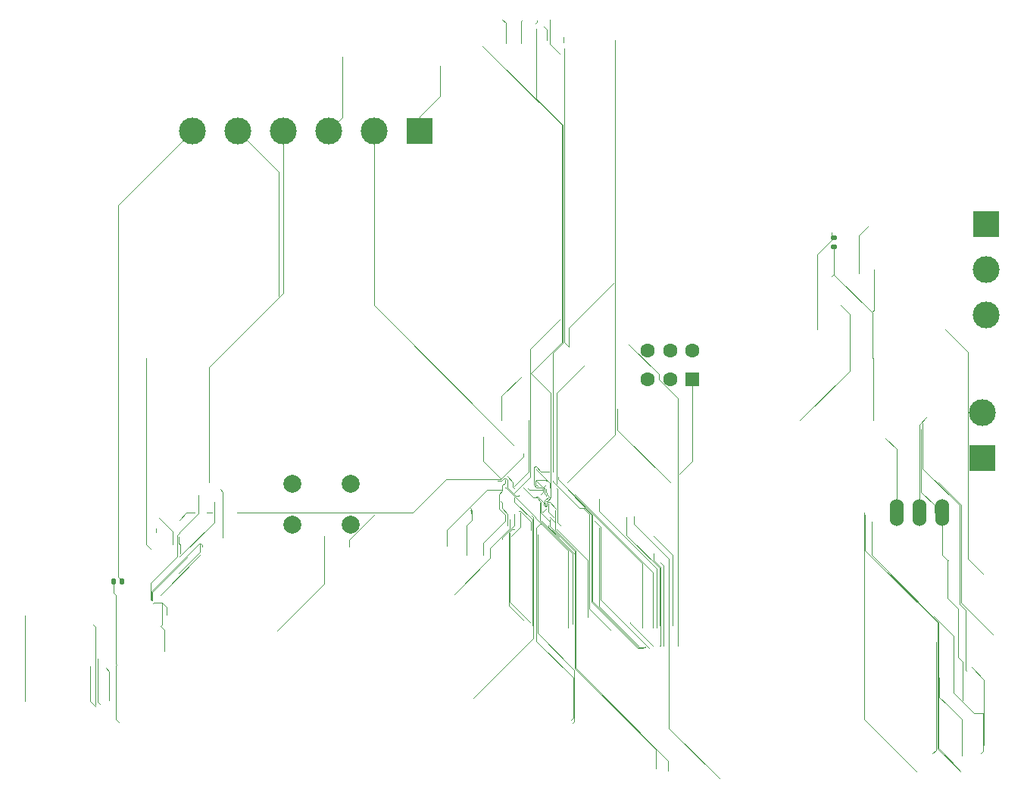
<source format=gbr>
%TF.GenerationSoftware,KiCad,Pcbnew,8.0.1*%
%TF.CreationDate,2024-06-25T09:58:30-03:00*%
%TF.ProjectId,EA075_Optisort,45413037-355f-44f7-9074-69736f72742e,rev?*%
%TF.SameCoordinates,Original*%
%TF.FileFunction,Copper,L2,Bot*%
%TF.FilePolarity,Positive*%
%FSLAX46Y46*%
G04 Gerber Fmt 4.6, Leading zero omitted, Abs format (unit mm)*
G04 Created by KiCad (PCBNEW 8.0.1) date 2024-06-25 09:58:30*
%MOMM*%
%LPD*%
G01*
G04 APERTURE LIST*
G04 Aperture macros list*
%AMRoundRect*
0 Rectangle with rounded corners*
0 $1 Rounding radius*
0 $2 $3 $4 $5 $6 $7 $8 $9 X,Y pos of 4 corners*
0 Add a 4 corners polygon primitive as box body*
4,1,4,$2,$3,$4,$5,$6,$7,$8,$9,$2,$3,0*
0 Add four circle primitives for the rounded corners*
1,1,$1+$1,$2,$3*
1,1,$1+$1,$4,$5*
1,1,$1+$1,$6,$7*
1,1,$1+$1,$8,$9*
0 Add four rect primitives between the rounded corners*
20,1,$1+$1,$2,$3,$4,$5,0*
20,1,$1+$1,$4,$5,$6,$7,0*
20,1,$1+$1,$6,$7,$8,$9,0*
20,1,$1+$1,$8,$9,$2,$3,0*%
G04 Aperture macros list end*
%TA.AperFunction,ComponentPad*%
%ADD10C,2.000000*%
%TD*%
%TA.AperFunction,ComponentPad*%
%ADD11R,3.000000X3.000000*%
%TD*%
%TA.AperFunction,ComponentPad*%
%ADD12C,3.000000*%
%TD*%
%TA.AperFunction,ComponentPad*%
%ADD13R,1.600000X1.600000*%
%TD*%
%TA.AperFunction,ComponentPad*%
%ADD14C,1.600000*%
%TD*%
%TA.AperFunction,ComponentPad*%
%ADD15O,1.524000X3.048000*%
%TD*%
%TA.AperFunction,SMDPad,CuDef*%
%ADD16RoundRect,0.140000X-0.140000X-0.170000X0.140000X-0.170000X0.140000X0.170000X-0.140000X0.170000X0*%
%TD*%
%TA.AperFunction,SMDPad,CuDef*%
%ADD17RoundRect,0.140000X-0.170000X0.140000X-0.170000X-0.140000X0.170000X-0.140000X0.170000X0.140000X0*%
%TD*%
%TA.AperFunction,ViaPad*%
%ADD18C,0.100000*%
%TD*%
%TA.AperFunction,Conductor*%
%ADD19C,0.050000*%
%TD*%
G04 APERTURE END LIST*
D10*
%TO.P,SW2,1,1*%
%TO.N,Com*%
X90400000Y-83900000D03*
X96900000Y-83900000D03*
%TO.P,SW2,2,2*%
%TO.N,Net-(U1-NRST)*%
X90400000Y-88400000D03*
X96900000Y-88400000D03*
%TD*%
D11*
%TO.P,J8,1,Pin_1*%
%TO.N,Com*%
X104580000Y-44400000D03*
D12*
%TO.P,J8,2,Pin_2*%
%TO.N,+12V*%
X99500000Y-44400000D03*
%TO.P,J8,3,Pin_3*%
%TO.N,+5V*%
X94420000Y-44400000D03*
%TO.P,J8,4,Pin_4*%
%TO.N,+2V8*%
X89340000Y-44400000D03*
%TO.P,J8,5,Pin_5*%
%TO.N,+1V8*%
X84260000Y-44400000D03*
%TO.P,J8,6,Pin_6*%
%TO.N,+1V2*%
X79180000Y-44400000D03*
%TD*%
D13*
%TO.P,SW1,1,A*%
%TO.N,Net-(SW1-A)*%
X135100000Y-72200000D03*
D14*
%TO.P,SW1,2,B*%
%TO.N,+2V8*%
X132600000Y-72200000D03*
%TO.P,SW1,3*%
%TO.N,N/C*%
X130100000Y-72200000D03*
%TO.P,SW1,4*%
X135100000Y-69000000D03*
%TO.P,SW1,5*%
X132600000Y-69000000D03*
%TO.P,SW1,6*%
X130100000Y-69000000D03*
%TD*%
D15*
%TO.P,Q1,3*%
%TO.N,Com*%
X163000000Y-87100000D03*
%TO.P,Q1,2*%
%TO.N,Net-(D1-A)*%
X160460000Y-87100000D03*
%TO.P,Q1,1*%
%TO.N,VALVECTRL*%
X157920000Y-87100000D03*
%TD*%
D12*
%TO.P,J5,2,Pin_2*%
%TO.N,Net-(D1-A)*%
X167500000Y-75900000D03*
D11*
%TO.P,J5,1,Pin_1*%
%TO.N,+12V*%
X167500000Y-80980000D03*
%TD*%
%TO.P,J1,1,Pin_1*%
%TO.N,Net-(J1-Pin_1)*%
X167925000Y-54800000D03*
D12*
%TO.P,J1,2,Pin_2*%
%TO.N,Net-(J1-Pin_2)*%
X167925000Y-59880000D03*
%TO.P,J1,3,Pin_3*%
%TO.N,Net-(J1-Pin_3)*%
X167925000Y-64960000D03*
%TD*%
D16*
%TO.P,C2,1*%
%TO.N,Com*%
X70400000Y-94800000D03*
%TO.P,C2,2*%
%TO.N,+1V2*%
X71360000Y-94800000D03*
%TD*%
D17*
%TO.P,C1,1*%
%TO.N,+5V*%
X150950000Y-56370000D03*
%TO.P,C1,2*%
%TO.N,Com*%
X150950000Y-57330000D03*
%TD*%
D18*
%TO.N,Com*%
X120650000Y-34500000D03*
X120650000Y-33875000D03*
%TO.N,USB_DP*%
X126463000Y-34250000D03*
X118825000Y-34225000D03*
%TO.N,Net-(J2-Pad12)*%
X84200000Y-87100000D03*
X81425000Y-87100000D03*
X80775000Y-87100000D03*
X79475000Y-87100000D03*
X77725000Y-87925000D03*
X116225000Y-80475000D03*
X75175000Y-89325000D03*
X75175000Y-88825000D03*
%TO.N,USB_DP*%
X121125000Y-83700000D03*
X118500000Y-32725000D03*
%TO.N,USB_DN*%
X118125000Y-85050000D03*
X119050000Y-82475000D03*
X119525000Y-82475000D03*
X117650000Y-33000000D03*
X117525000Y-32425000D03*
X117750000Y-32050000D03*
%TO.N,UART8_RX*%
X120305800Y-65392600D03*
X115175000Y-84844900D03*
%TO.N,Net-(SW1-A)*%
X133606100Y-82785000D03*
%TO.N,UART8_TX*%
X151683900Y-63905000D03*
X152656800Y-69838400D03*
X147123800Y-76755000D03*
X116797000Y-76755000D03*
X115175100Y-84130300D03*
%TO.N,VALVECTRL*%
X156704600Y-78767300D03*
X118863700Y-86550000D03*
X118300000Y-87025000D03*
%TO.N,Net-(J7-CC1)*%
X120255700Y-35775000D03*
X119149200Y-31926700D03*
%TO.N,Net-(J7-CC2)*%
X115916500Y-34600000D03*
X116155000Y-31927300D03*
%TO.N,INTERRUPT_REQUEST*%
X68397200Y-108550000D03*
X68098800Y-99601400D03*
%TO.N,I2C4_SCL*%
X68603300Y-103400000D03*
X68885000Y-108530300D03*
X115840500Y-87050000D03*
X114814100Y-89699800D03*
X93938800Y-89699800D03*
X88663000Y-100293700D03*
%TO.N,I2C4_SDA*%
X117150000Y-87450000D03*
X110640900Y-107788700D03*
%TO.N,DSI_D0N*%
X119175000Y-87807200D03*
X130997500Y-115722900D03*
%TO.N,DSI_D1P*%
X160102800Y-116023300D03*
X154279800Y-87050000D03*
%TO.N,LCD_RESET*%
X167325000Y-114026700D03*
X167578800Y-109522400D03*
X69919100Y-108073300D03*
X69511000Y-104439000D03*
X162112100Y-98695500D03*
%TO.N,DSI_D0P*%
X164965200Y-115831600D03*
X155105400Y-88133600D03*
X119650000Y-88133600D03*
X119170300Y-87619600D03*
%TO.N,DSI_CKN*%
X154413200Y-87300000D03*
X165013000Y-116023300D03*
%TO.N,DSI_D1N*%
X119749400Y-86800000D03*
X132394400Y-115921600D03*
%TO.N,DSI_CKP*%
X138094400Y-116826700D03*
X128576500Y-87511700D03*
%TO.N,D3*%
X121917300Y-85016000D03*
X130671700Y-99950000D03*
%TO.N,D1*%
X124640400Y-85550000D03*
X131078300Y-99950000D03*
%TO.N,DCMI_HSYNC*%
X130675000Y-102000000D03*
X128115500Y-99368000D03*
X116989200Y-99368000D03*
X114675000Y-89356000D03*
%TO.N,MASTERCLOCK*%
X130771200Y-89680400D03*
X132875000Y-99690400D03*
%TO.N,D6*%
X117189900Y-99698300D03*
X115196200Y-85408800D03*
%TO.N,I2C2_SCL*%
X131475000Y-102000000D03*
X130771200Y-91664600D03*
X121846700Y-91664600D03*
X118229500Y-88047400D03*
X110339300Y-87131600D03*
X110283300Y-86807000D03*
%TO.N,DCMI_VSYNC*%
X129871700Y-102054100D03*
X121191900Y-84580600D03*
X118292300Y-84580600D03*
X116675000Y-84380900D03*
%TO.N,D4*%
X125969300Y-100208300D03*
X122987800Y-86680500D03*
X119861100Y-86680500D03*
X117675000Y-85327500D03*
%TO.N,D2*%
X118075800Y-85950800D03*
X121732800Y-99554500D03*
%TO.N,D7*%
X121171800Y-99950000D03*
X114175000Y-84289900D03*
%TO.N,D0*%
X118965500Y-86050000D03*
X119600000Y-87630500D03*
X127723800Y-87630500D03*
X131422500Y-99692700D03*
%TO.N,DCMI_PIXCLK*%
X115150000Y-88967100D03*
X116219100Y-99143100D03*
%TO.N,I2C2_SDA*%
X131871700Y-102000000D03*
X131559300Y-92656700D03*
%TO.N,D5*%
X120123600Y-83076900D03*
X129478300Y-99950000D03*
%TO.N,NC4*%
X129573400Y-102251700D03*
X117767700Y-84142700D03*
X118787500Y-83555400D03*
X119500400Y-83555400D03*
%TO.N,NC9*%
X130258000Y-102251700D03*
X124131900Y-88031900D03*
X119090000Y-87980000D03*
X116175000Y-84289900D03*
%TO.N,SPI_PWCTRL*%
X107663300Y-90772700D03*
X113756500Y-84562900D03*
%TO.N,MASTERCLOCK_LEPTON*%
X75472300Y-87668300D03*
X77029300Y-90675000D03*
%TO.N,SPI1_CS*%
X74667200Y-96785000D03*
X80297600Y-90878400D03*
X96742100Y-90878400D03*
X99593100Y-87265300D03*
%TO.N,I2C1_SDA*%
X74520100Y-91125000D03*
X74067600Y-69838400D03*
X74067600Y-81743600D03*
X114403500Y-83054300D03*
X115175000Y-84380900D03*
%TO.N,SPI1_SCK*%
X75613400Y-96288300D03*
X80069200Y-91832500D03*
X113818900Y-90053700D03*
X115175000Y-87278100D03*
%TO.N,I2C1_SCL*%
X81614700Y-85891900D03*
X77760000Y-92025000D03*
X113336200Y-83550000D03*
X115700000Y-85150000D03*
%TO.N,SPI1_MOSI*%
X74799200Y-97281700D03*
X76341500Y-98495800D03*
X108452800Y-96193700D03*
X114675000Y-87817700D03*
%TO.N,Net-(J1-Pin_1)*%
X153720300Y-60354700D03*
X154822300Y-54956900D03*
%TO.N,Net-(J1-Pin_2)*%
X155371400Y-59880000D03*
X155246500Y-64563400D03*
%TO.N,LEDK*%
X161925000Y-114026700D03*
X162302300Y-101585600D03*
%TO.N,LCD_ON*%
X166306600Y-104387400D03*
X167703800Y-113073300D03*
X119942900Y-88947100D03*
X123436400Y-98802800D03*
%TO.N,Net-(D2-A)*%
X126698100Y-75490000D03*
X132610600Y-83727800D03*
X162604800Y-83727800D03*
X168667800Y-100687700D03*
%TO.N,Net-(D1-A)*%
X161280200Y-76400000D03*
%TO.N,+12V*%
X115096700Y-79517100D03*
%TO.N,Net-(U1-NRST)*%
X121717600Y-110650000D03*
X115713300Y-86880000D03*
X117082700Y-89059400D03*
X117808400Y-89542100D03*
%TO.N,Net-(D2-K)*%
X160859500Y-77066100D03*
X165663300Y-104025000D03*
X165748200Y-104760000D03*
%TO.N,Net-(U1-VCAPDSI)*%
X119034100Y-88497400D03*
X120176400Y-89813800D03*
X117643500Y-82267500D03*
X119155900Y-84269000D03*
X120375000Y-88525000D03*
X119942900Y-84389700D03*
%TO.N,+1V8*%
X133472700Y-102000000D03*
X128005800Y-68256400D03*
X88839000Y-62897700D03*
%TO.N,Net-(C5-Pad2)*%
X79864400Y-85100000D03*
X77775000Y-89375000D03*
X78664505Y-92018705D03*
%TO.N,+2V8*%
X165225000Y-114223300D03*
X163599600Y-108600000D03*
X162714800Y-105554000D03*
X123043300Y-70600000D03*
X119942900Y-83899400D03*
X87994800Y-63885800D03*
X80037900Y-90671000D03*
X77711700Y-93825000D03*
X68370800Y-108788300D03*
X67750300Y-104270800D03*
X60478300Y-103400000D03*
X60469300Y-98609300D03*
X60519300Y-108196200D03*
X81031200Y-83727800D03*
X165025000Y-110010200D03*
X75649600Y-99787300D03*
X75793200Y-97281700D03*
X113638200Y-86800000D03*
X114175000Y-88050000D03*
X113863200Y-84075000D03*
X113477200Y-85050000D03*
X76057200Y-102577700D03*
X82346600Y-84487900D03*
X82620100Y-89900400D03*
X111734600Y-91800000D03*
X114175000Y-83425000D03*
X118722100Y-85203500D03*
X117675100Y-83550000D03*
X129075000Y-102000000D03*
X124693200Y-88800000D03*
X118768200Y-83948200D03*
%TO.N,+1V2*%
X70877200Y-94317200D03*
%TO.N,+5V*%
X150667200Y-55771200D03*
X117061100Y-71500000D03*
X118703500Y-85800000D03*
X167573300Y-93900000D03*
X163322400Y-66576800D03*
X149086800Y-66576800D03*
X95953200Y-36107000D03*
X120494400Y-66193400D03*
X111668400Y-34913300D03*
%TO.N,Com*%
X70655000Y-96288300D03*
X70755900Y-104100000D03*
X70635000Y-108073300D03*
X121571200Y-110258000D03*
X121766000Y-105554000D03*
X163681100Y-92400000D03*
X115913800Y-71887200D03*
X113720000Y-76783100D03*
X117675000Y-88800000D03*
X165335100Y-108111900D03*
X164780000Y-103243300D03*
X70972500Y-110573300D03*
X163599600Y-96625100D03*
X155278100Y-76743300D03*
X155268900Y-69838400D03*
X114255800Y-34600000D03*
X113866200Y-31926700D03*
X106896000Y-37099100D03*
X155246500Y-64770000D03*
X118135700Y-88390100D03*
X118774700Y-84449300D03*
X119175000Y-85383800D03*
X120746700Y-35157300D03*
X121268200Y-68580300D03*
X150667200Y-60649000D03*
X109858800Y-91800000D03*
X110270800Y-88120600D03*
X113675000Y-85800000D03*
X113822100Y-86596000D03*
X110274500Y-86609500D03*
X111702700Y-78600000D03*
X113636900Y-83293900D03*
X118675000Y-86282000D03*
X160659800Y-77775200D03*
X77808300Y-90675000D03*
X77660900Y-89775000D03*
X126363000Y-61324500D03*
X114438800Y-88550000D03*
X77808300Y-91662500D03*
%TD*%
D19*
%TO.N,Net-(U1-VCAPDSI)*%
X120022000Y-88172000D02*
X120022000Y-84468800D01*
X120375000Y-88525000D02*
X120022000Y-88172000D01*
X120022000Y-84468800D02*
X119942900Y-84389700D01*
%TO.N,DSI_D0P*%
X119650000Y-88133600D02*
X119650000Y-88099300D01*
X119650000Y-88099300D02*
X119170300Y-87619600D01*
%TO.N,VALVECTRL*%
X118388700Y-87025000D02*
X118863700Y-86550000D01*
X118300000Y-87025000D02*
X118388700Y-87025000D01*
%TO.N,I2C4_SDA*%
X117292800Y-101136800D02*
X110640900Y-107788700D01*
X117150000Y-87450000D02*
X117292800Y-87592800D01*
X117292800Y-87592800D02*
X117292800Y-101136800D01*
%TO.N,Net-(C5-Pad2)*%
X77528900Y-89621100D02*
X77775000Y-89375000D01*
X77528900Y-91974900D02*
X77528900Y-89621100D01*
X74582200Y-94921600D02*
X77528900Y-91974900D01*
X74631991Y-96870000D02*
X74582200Y-96820209D01*
X74582200Y-96820209D02*
X74582200Y-94921600D01*
X74752200Y-96820209D02*
X74702409Y-96870000D01*
X74702409Y-96870000D02*
X74631991Y-96870000D01*
X74752200Y-95931010D02*
X74752200Y-96820209D01*
X78664505Y-92018705D02*
X74752200Y-95931010D01*
%TO.N,Com*%
X77660900Y-89775000D02*
X77660900Y-90527600D01*
X77660900Y-90527600D02*
X77808300Y-90675000D01*
%TO.N,Net-(C5-Pad2)*%
X79864400Y-87172300D02*
X79864400Y-85100000D01*
X77775000Y-89261700D02*
X79864400Y-87172300D01*
X77775000Y-89375000D02*
X77775000Y-89261700D01*
%TO.N,NC9*%
X117314300Y-85429200D02*
X116175000Y-84289900D01*
X117707500Y-85429200D02*
X117314300Y-85429200D01*
X118179500Y-87069500D02*
X118179500Y-85901200D01*
X119090000Y-87980000D02*
X118179500Y-87069500D01*
X118179500Y-85901200D02*
X117707500Y-85429200D01*
%TO.N,DCMI_PIXCLK*%
X114567900Y-89304700D02*
X114567900Y-97491900D01*
X115150000Y-88967100D02*
X114905500Y-88967100D01*
X114905500Y-88967100D02*
X114567900Y-89304700D01*
X114567900Y-97491900D02*
X116219100Y-99143100D01*
%TO.N,Com*%
X114438800Y-87212700D02*
X113822100Y-86596000D01*
X114438800Y-88550000D02*
X114438800Y-87212700D01*
%TO.N,D0*%
X118965500Y-86996000D02*
X118965500Y-86050000D01*
X119600000Y-87630500D02*
X118965500Y-86996000D01*
%TO.N,DSI_D0N*%
X119175000Y-87807200D02*
X119175000Y-88599600D01*
X121952200Y-91376800D02*
X121952200Y-104547500D01*
X121952200Y-104547500D02*
X130997500Y-113592800D01*
X130997500Y-113592800D02*
X130997500Y-115722900D01*
X119175000Y-88599600D02*
X121952200Y-91376800D01*
%TO.N,I2C1_SCL*%
X113754000Y-83550000D02*
X113336200Y-83550000D01*
X114221300Y-83267800D02*
X114036200Y-83267800D01*
X114378200Y-83424700D02*
X114221300Y-83267800D01*
X115700000Y-85150000D02*
X115658500Y-85191500D01*
X115658500Y-85191500D02*
X115318300Y-85191500D01*
X115318300Y-85191500D02*
X114378200Y-84251400D01*
X114036200Y-83267800D02*
X113754000Y-83550000D01*
X114378200Y-84251400D02*
X114378200Y-83424700D01*
%TO.N,+2V8*%
X114175000Y-83763200D02*
X113863200Y-84075000D01*
X114175000Y-83425000D02*
X114175000Y-83763200D01*
X113863200Y-84075000D02*
X113863200Y-84664000D01*
X113863200Y-84664000D02*
X113477200Y-85050000D01*
%TO.N,D7*%
X121171800Y-91282300D02*
X121171800Y-99950000D01*
X117564800Y-87675300D02*
X121171800Y-91282300D01*
X117564800Y-87594900D02*
X117564800Y-87675300D01*
X114259800Y-84289900D02*
X117564800Y-87594900D01*
X114175000Y-84289900D02*
X114259800Y-84289900D01*
%TO.N,D4*%
X119120200Y-85939600D02*
X119861100Y-86680500D01*
X118815100Y-86002500D02*
X118878000Y-85939600D01*
X118676000Y-86424900D02*
X118815100Y-86285800D01*
X118500400Y-86269900D02*
X118655400Y-86424900D01*
X117806050Y-85327500D02*
X118500400Y-86021850D01*
X117675000Y-85327500D02*
X117806050Y-85327500D01*
X118878000Y-85939600D02*
X119120200Y-85939600D01*
X118500400Y-86021850D02*
X118500400Y-86269900D01*
X118815100Y-86285800D02*
X118815100Y-86002500D01*
X118655400Y-86424900D02*
X118676000Y-86424900D01*
%TO.N,Com*%
X120650000Y-33975000D02*
X120650000Y-34500000D01*
X120650000Y-33875000D02*
X120650000Y-33975000D01*
%TO.N,USB_DP*%
X126463000Y-34250000D02*
X126463000Y-78362000D01*
X118825000Y-33050000D02*
X118825000Y-34225000D01*
X118500000Y-32725000D02*
X118825000Y-33050000D01*
%TO.N,Net-(J2-Pad12)*%
X107555279Y-83393900D02*
X113678322Y-83393900D01*
X84200000Y-87100000D02*
X103849179Y-87100000D01*
X113678322Y-83393900D02*
X116225000Y-80847222D01*
X80900000Y-87100000D02*
X81425000Y-87100000D01*
X80775000Y-87100000D02*
X80900000Y-87100000D01*
X103849179Y-87100000D02*
X107555279Y-83393900D01*
X78550000Y-87100000D02*
X79475000Y-87100000D01*
X77725000Y-87925000D02*
X78550000Y-87100000D01*
X116225000Y-80847222D02*
X116225000Y-80475000D01*
X75175000Y-89250000D02*
X75175000Y-88825000D01*
X75175000Y-89325000D02*
X75175000Y-89250000D01*
%TO.N,USB_DP*%
X126463000Y-78362000D02*
X121125000Y-83700000D01*
%TO.N,USB_DN*%
X118392300Y-84467300D02*
X118392300Y-84782700D01*
X118250000Y-84325000D02*
X118392300Y-84467300D01*
X117675000Y-84325000D02*
X118250000Y-84325000D01*
X117675000Y-84300000D02*
X117675000Y-84325000D01*
X117350000Y-83975000D02*
X117675000Y-84300000D01*
X117350000Y-82600000D02*
X117350000Y-83975000D01*
X117475000Y-81950000D02*
X117350000Y-82075000D01*
X117650000Y-81950000D02*
X117475000Y-81950000D01*
X118175000Y-82475000D02*
X117650000Y-81950000D01*
X119525000Y-69177522D02*
X119525000Y-82475000D01*
X120594400Y-68108122D02*
X119525000Y-69177522D01*
X120594400Y-43697879D02*
X120594400Y-68108122D01*
X117650000Y-40753478D02*
X120594400Y-43697879D01*
X117650000Y-33000000D02*
X117650000Y-40753478D01*
X117350000Y-82075000D02*
X117350000Y-82600000D01*
X118392300Y-84782700D02*
X118125000Y-85050000D01*
X119050000Y-82475000D02*
X118175000Y-82475000D01*
X117750000Y-32200000D02*
X117525000Y-32425000D01*
X117750000Y-32050000D02*
X117750000Y-32200000D01*
%TO.N,UART8_RX*%
X116930400Y-68768000D02*
X120305800Y-65392600D01*
X116930400Y-83089500D02*
X116930400Y-68768000D01*
X115175000Y-84844900D02*
X116930400Y-83089500D01*
%TO.N,Net-(SW1-A)*%
X135100000Y-72200000D02*
X135100000Y-73076700D01*
X135100000Y-81291100D02*
X133606100Y-82785000D01*
X135100000Y-73076700D02*
X135100000Y-81291100D01*
%TO.N,UART8_TX*%
X152656800Y-64877900D02*
X152656800Y-69838400D01*
X151683900Y-63905000D02*
X152656800Y-64877900D01*
X116797000Y-82508400D02*
X116797000Y-76755000D01*
X115175100Y-84130300D02*
X116797000Y-82508400D01*
X152656800Y-71222000D02*
X147123800Y-76755000D01*
X152656800Y-69838400D02*
X152656800Y-71222000D01*
%TO.N,VALVECTRL*%
X157920000Y-79982700D02*
X156704600Y-78767300D01*
X157920000Y-87100000D02*
X157920000Y-79982700D01*
%TO.N,Net-(J7-CC1)*%
X119149200Y-34668500D02*
X119149200Y-31926700D01*
X120255700Y-35775000D02*
X119149200Y-34668500D01*
%TO.N,Net-(J7-CC2)*%
X115916500Y-32165800D02*
X115916500Y-34600000D01*
X116155000Y-31927300D02*
X115916500Y-32165800D01*
%TO.N,INTERRUPT_REQUEST*%
X68397200Y-99899800D02*
X68397200Y-108550000D01*
X68098800Y-99601400D02*
X68397200Y-99899800D01*
%TO.N,I2C4_SCL*%
X68603300Y-108248600D02*
X68603300Y-103400000D01*
X68885000Y-108530300D02*
X68603300Y-108248600D01*
X115840500Y-88673400D02*
X114814100Y-89699800D01*
X115840500Y-87050000D02*
X115840500Y-88673400D01*
X93938800Y-95017900D02*
X93938800Y-89699800D01*
X88663000Y-100293700D02*
X93938800Y-95017900D01*
%TO.N,DSI_D1P*%
X154279800Y-110200300D02*
X160102800Y-116023300D01*
X154279800Y-87050000D02*
X154279800Y-110200300D01*
%TO.N,LCD_RESET*%
X69919100Y-104847100D02*
X69919100Y-108073300D01*
X69511000Y-104439000D02*
X69919100Y-104847100D01*
X167578800Y-113772900D02*
X167578800Y-109522400D01*
X167325000Y-114026700D02*
X167578800Y-113772900D01*
X164301600Y-100885000D02*
X162112100Y-98695500D01*
X164301600Y-107225000D02*
X164301600Y-100885000D01*
X166599000Y-109522400D02*
X164301600Y-107225000D01*
X167578800Y-109522400D02*
X166599000Y-109522400D01*
%TO.N,DSI_D0P*%
X155105400Y-91845500D02*
X155105400Y-88133600D01*
X162580200Y-99320300D02*
X155105400Y-91845500D01*
X162580200Y-113446600D02*
X162580200Y-99320300D01*
X164965200Y-115831600D02*
X162580200Y-113446600D01*
%TO.N,DSI_CKN*%
X162478500Y-113488800D02*
X165013000Y-116023300D01*
X162478500Y-99362500D02*
X162478500Y-113488800D01*
X154413200Y-91297200D02*
X162478500Y-99362500D01*
X154413200Y-87300000D02*
X154413200Y-91297200D01*
%TO.N,DSI_D1N*%
X119749400Y-89024500D02*
X119749400Y-86800000D01*
X122053900Y-91329000D02*
X119749400Y-89024500D01*
X122053900Y-104477600D02*
X122053900Y-91329000D01*
X132394400Y-114818100D02*
X122053900Y-104477600D01*
X132394400Y-115921600D02*
X132394400Y-114818100D01*
%TO.N,DSI_CKP*%
X128576500Y-88335000D02*
X128576500Y-87511700D01*
X132494600Y-92253100D02*
X128576500Y-88335000D01*
X132494600Y-111226900D02*
X132494600Y-92253100D01*
X138094400Y-116826700D02*
X132494600Y-111226900D01*
%TO.N,D3*%
X130671700Y-93770400D02*
X121917300Y-85016000D01*
X130671700Y-99950000D02*
X130671700Y-93770400D01*
%TO.N,D1*%
X124640400Y-86881800D02*
X124640400Y-85550000D01*
X131078300Y-93319700D02*
X124640400Y-86881800D01*
X131078300Y-99950000D02*
X131078300Y-93319700D01*
%TO.N,DCMI_HSYNC*%
X114675000Y-97053800D02*
X116989200Y-99368000D01*
X114675000Y-89356000D02*
X114675000Y-97053800D01*
X128115500Y-99440500D02*
X130675000Y-102000000D01*
X128115500Y-99368000D02*
X128115500Y-99440500D01*
%TO.N,MASTERCLOCK*%
X132875000Y-91784200D02*
X132875000Y-99690400D01*
X130771200Y-89680400D02*
X132875000Y-91784200D01*
%TO.N,D6*%
X115196200Y-85885900D02*
X115196200Y-85408800D01*
X117189900Y-87879600D02*
X115196200Y-85885900D01*
X117189900Y-99698300D02*
X117189900Y-87879600D01*
%TO.N,I2C2_SCL*%
X110339300Y-86863000D02*
X110339300Y-87131600D01*
X110283300Y-86807000D02*
X110339300Y-86863000D01*
X130771200Y-92423800D02*
X130771200Y-91664600D01*
X131524200Y-93176800D02*
X130771200Y-92423800D01*
X131524200Y-101950800D02*
X131524200Y-93176800D01*
X131475000Y-102000000D02*
X131524200Y-101950800D01*
X118229500Y-88047400D02*
X121846700Y-91664600D01*
%TO.N,DCMI_VSYNC*%
X116874700Y-84580600D02*
X116675000Y-84380900D01*
X118292300Y-84580600D02*
X116874700Y-84580600D01*
X123911700Y-87300400D02*
X121191900Y-84580600D01*
X123911700Y-96982900D02*
X123911700Y-87300400D01*
X129057100Y-102128300D02*
X123911700Y-96982900D01*
X129797500Y-102128300D02*
X129057100Y-102128300D01*
X129871700Y-102054100D02*
X129797500Y-102128300D01*
%TO.N,D4*%
X123559000Y-97798000D02*
X125969300Y-100208300D01*
X123559000Y-87251700D02*
X123559000Y-97798000D01*
X122987800Y-86680500D02*
X123559000Y-87251700D01*
%TO.N,D2*%
X121732800Y-91694600D02*
X121732800Y-99554500D01*
X118075800Y-88037600D02*
X121732800Y-91694600D01*
X118075800Y-85950800D02*
X118075800Y-88037600D01*
%TO.N,D0*%
X127723800Y-89595900D02*
X127723800Y-87630500D01*
X131422500Y-93294600D02*
X127723800Y-89595900D01*
X131422500Y-99692700D02*
X131422500Y-93294600D01*
%TO.N,I2C2_SDA*%
X131871700Y-92969100D02*
X131871700Y-102000000D01*
X131559300Y-92656700D02*
X131871700Y-92969100D01*
%TO.N,D5*%
X120123600Y-83366300D02*
X120123600Y-83076900D01*
X129478300Y-92721000D02*
X120123600Y-83366300D01*
X129478300Y-99950000D02*
X129478300Y-92721000D01*
%TO.N,NC4*%
X117554400Y-83929400D02*
X117767700Y-84142700D01*
X117554400Y-83514300D02*
X117554400Y-83929400D01*
X117639700Y-83429000D02*
X117554400Y-83514300D01*
X118661100Y-83429000D02*
X117639700Y-83429000D01*
X118787500Y-83555400D02*
X118661100Y-83429000D01*
X119500400Y-83564400D02*
X119500400Y-83555400D01*
X119501900Y-83565900D02*
X119500400Y-83564400D01*
X119501900Y-83626900D02*
X119501900Y-83565900D01*
X122453400Y-86578400D02*
X119501900Y-83626900D01*
X123037700Y-86578400D02*
X122453400Y-86578400D01*
X123810000Y-87350700D02*
X123037700Y-86578400D01*
X123810000Y-97063900D02*
X123810000Y-87350700D01*
X128997800Y-102251700D02*
X123810000Y-97063900D01*
X129573400Y-102251700D02*
X128997800Y-102251700D01*
%TO.N,NC9*%
X124796600Y-88696600D02*
X124131900Y-88031900D01*
X124796600Y-96790300D02*
X124796600Y-88696600D01*
X130258000Y-102251700D02*
X124796600Y-96790300D01*
%TO.N,SPI_PWCTRL*%
X107663300Y-89028100D02*
X107663300Y-90772700D01*
X112128500Y-84562900D02*
X107663300Y-89028100D01*
X113756500Y-84562900D02*
X112128500Y-84562900D01*
%TO.N,MASTERCLOCK_LEPTON*%
X77029300Y-89225300D02*
X75472300Y-87668300D01*
X77029300Y-90675000D02*
X77029300Y-89225300D01*
%TO.N,SPI1_CS*%
X96742100Y-90116300D02*
X96742100Y-90878400D01*
X99593100Y-87265300D02*
X96742100Y-90116300D01*
X80297600Y-90737600D02*
X80297600Y-90878400D01*
X80120500Y-90560500D02*
X80297600Y-90737600D01*
X80002500Y-90560500D02*
X80120500Y-90560500D01*
X74667200Y-95895800D02*
X80002500Y-90560500D01*
X74667200Y-96785000D02*
X74667200Y-95895800D01*
%TO.N,I2C1_SDA*%
X74067600Y-69838400D02*
X74067600Y-81743600D01*
X74067600Y-90672500D02*
X74520100Y-91125000D01*
X74067600Y-81743600D02*
X74067600Y-90672500D01*
X115024600Y-84230500D02*
X115175000Y-84380900D01*
X115024600Y-83675400D02*
X115024600Y-84230500D01*
X114403500Y-83054300D02*
X115024600Y-83675400D01*
%TO.N,SPI1_SCK*%
X80069200Y-91832500D02*
X75613400Y-96288300D01*
X113818900Y-89909800D02*
X113818900Y-90053700D01*
X115175000Y-88553700D02*
X113818900Y-89909800D01*
X115175000Y-87278100D02*
X115175000Y-88553700D01*
%TO.N,I2C1_SCL*%
X81614700Y-88170300D02*
X77760000Y-92025000D01*
X81614700Y-85891900D02*
X81614700Y-88170300D01*
%TO.N,SPI1_MOSI*%
X74915400Y-97165500D02*
X74799200Y-97281700D01*
X75831200Y-97165500D02*
X74915400Y-97165500D01*
X76341500Y-97675800D02*
X75831200Y-97165500D01*
X76341500Y-98495800D02*
X76341500Y-97675800D01*
X114675000Y-88825100D02*
X114675000Y-87817700D01*
X112456700Y-91043400D02*
X114675000Y-88825100D01*
X112456700Y-92189800D02*
X112456700Y-91043400D01*
X108452800Y-96193700D02*
X112456700Y-92189800D01*
%TO.N,Net-(J1-Pin_1)*%
X153720300Y-56058900D02*
X153720300Y-60354700D01*
X154822300Y-54956900D02*
X153720300Y-56058900D01*
%TO.N,Net-(J1-Pin_2)*%
X155371400Y-64438500D02*
X155371400Y-59880000D01*
X155246500Y-64563400D02*
X155371400Y-64438500D01*
%TO.N,LEDK*%
X162302300Y-113649400D02*
X161925000Y-114026700D01*
X162302300Y-101585600D02*
X162302300Y-113649400D01*
%TO.N,LCD_ON*%
X167703800Y-105784600D02*
X166306600Y-104387400D01*
X167703800Y-113073300D02*
X167703800Y-105784600D01*
X123436400Y-92440600D02*
X123436400Y-98802800D01*
X119942900Y-88947100D02*
X123436400Y-92440600D01*
%TO.N,Net-(D2-A)*%
X126698100Y-77815300D02*
X126698100Y-75490000D01*
X132610600Y-83727800D02*
X126698100Y-77815300D01*
X165127300Y-86250300D02*
X162604800Y-83727800D01*
X165127300Y-97147200D02*
X165127300Y-86250300D01*
X168667800Y-100687700D02*
X165127300Y-97147200D01*
%TO.N,Net-(D1-A)*%
X160460000Y-77220200D02*
X161280200Y-76400000D01*
X160460000Y-87100000D02*
X160460000Y-77220200D01*
%TO.N,+12V*%
X99500000Y-63920400D02*
X115096700Y-79517100D01*
X99500000Y-44400000D02*
X99500000Y-63920400D01*
%TO.N,Net-(U1-NRST)*%
X115835500Y-86880000D02*
X115713300Y-86880000D01*
X117082700Y-88127200D02*
X115835500Y-86880000D01*
X117082700Y-89059400D02*
X117082700Y-88127200D01*
X117808400Y-100569900D02*
X117808400Y-89542100D01*
X121902200Y-104663700D02*
X117808400Y-100569900D01*
X121902200Y-110465400D02*
X121902200Y-104663700D01*
X121717600Y-110650000D02*
X121902200Y-110465400D01*
%TO.N,Net-(D2-K)*%
X165663300Y-97992400D02*
X165663300Y-104025000D01*
X164975600Y-97304700D02*
X165663300Y-97992400D01*
X164975600Y-86246800D02*
X164975600Y-97304700D01*
X160859500Y-82130700D02*
X164975600Y-86246800D01*
X160859500Y-77066100D02*
X160859500Y-82130700D01*
X165663300Y-104675100D02*
X165748200Y-104760000D01*
X165663300Y-104025000D02*
X165663300Y-104675100D01*
%TO.N,Net-(U1-VCAPDSI)*%
X119034100Y-88671500D02*
X119034100Y-88497400D01*
X120176400Y-89813800D02*
X119034100Y-88671500D01*
X119155900Y-83779900D02*
X117643500Y-82267500D01*
X119155900Y-84269000D02*
X119155900Y-83779900D01*
%TO.N,+1V8*%
X88839000Y-48979000D02*
X88839000Y-62897700D01*
X84260000Y-44400000D02*
X88839000Y-48979000D01*
X133472700Y-74334900D02*
X133472700Y-102000000D01*
X131350100Y-72212300D02*
X133472700Y-74334900D01*
X131350100Y-71600700D02*
X131350100Y-72212300D01*
X128005800Y-68256400D02*
X131350100Y-71600700D01*
%TO.N,+2V8*%
X89340000Y-62540600D02*
X87994800Y-63885800D01*
X89340000Y-44400000D02*
X89340000Y-62540600D01*
X67750300Y-108167800D02*
X67750300Y-104270800D01*
X68370800Y-108788300D02*
X67750300Y-108167800D01*
X60478300Y-98618300D02*
X60478300Y-103400000D01*
X60469300Y-98609300D02*
X60478300Y-98618300D01*
X60519300Y-103441000D02*
X60519300Y-108196200D01*
X60478300Y-103400000D02*
X60519300Y-103441000D01*
X81031200Y-70849400D02*
X81031200Y-83727800D01*
X87994800Y-63885800D02*
X81031200Y-70849400D01*
X165009800Y-110010200D02*
X165025000Y-110010200D01*
X163599600Y-108600000D02*
X165009800Y-110010200D01*
X75793200Y-99643700D02*
X75649600Y-99787300D01*
X75793200Y-97281700D02*
X75793200Y-99643700D01*
X76057200Y-100194900D02*
X76057200Y-102577700D01*
X75649600Y-99787300D02*
X76057200Y-100194900D01*
X82620100Y-84761400D02*
X82346600Y-84487900D01*
X82620100Y-89900400D02*
X82620100Y-84761400D01*
X111734600Y-90490400D02*
X111734600Y-91800000D01*
X114175000Y-88050000D02*
X111734600Y-90490400D01*
X113477200Y-86639000D02*
X113638200Y-86800000D01*
X113477200Y-85050000D02*
X113477200Y-86639000D01*
X162714800Y-107715200D02*
X162714800Y-105554000D01*
X163599600Y-108600000D02*
X162714800Y-107715200D01*
X114175000Y-87336800D02*
X114175000Y-88050000D01*
X113638200Y-86800000D02*
X114175000Y-87336800D01*
X118768200Y-83948200D02*
X118420800Y-84295600D01*
X165225000Y-110210200D02*
X165025000Y-110010200D01*
X165225000Y-114223300D02*
X165225000Y-110210200D01*
X119942900Y-73700400D02*
X123043300Y-70600000D01*
X119942900Y-83899400D02*
X119942900Y-73700400D01*
X80037900Y-91498800D02*
X80037900Y-90671000D01*
X77711700Y-93825000D02*
X80037900Y-91498800D01*
X118526800Y-84401700D02*
X118420800Y-84295600D01*
X118526800Y-84926800D02*
X118526800Y-84401700D01*
X118722100Y-85122100D02*
X118526800Y-84926800D01*
X118722100Y-85203500D02*
X118722100Y-85122100D01*
X124693200Y-97618200D02*
X124693200Y-88800000D01*
X129075000Y-102000000D02*
X124693200Y-97618200D01*
X118420800Y-84295600D02*
X117675100Y-83550000D01*
%TO.N,+1V2*%
X71360000Y-94800000D02*
X70877200Y-94317200D01*
X70877200Y-52702800D02*
X70877200Y-94317200D01*
X79180000Y-44400000D02*
X70877200Y-52702800D01*
%TO.N,+5V*%
X150667200Y-56087200D02*
X150667200Y-55771200D01*
X150950000Y-56370000D02*
X150667200Y-56087200D01*
X149086800Y-58233200D02*
X149086800Y-66576800D01*
X150950000Y-56370000D02*
X149086800Y-58233200D01*
X95953200Y-42866800D02*
X95953200Y-36107000D01*
X94420000Y-44400000D02*
X95953200Y-42866800D01*
X120494400Y-68066700D02*
X120494400Y-66193400D01*
X117061100Y-71500000D02*
X120494400Y-68066700D01*
X120494400Y-43739300D02*
X111668400Y-34913300D01*
X120494400Y-66193400D02*
X120494400Y-43739300D01*
X165888800Y-69143200D02*
X163322400Y-66576800D01*
X165888800Y-92215500D02*
X165888800Y-69143200D01*
X167573300Y-93900000D02*
X165888800Y-92215500D01*
X118902700Y-85800000D02*
X118703500Y-85800000D01*
X119276700Y-85426000D02*
X118902700Y-85800000D01*
X119276700Y-73715600D02*
X119276700Y-85426000D01*
X117061100Y-71500000D02*
X119276700Y-73715600D01*
%TO.N,Com*%
X70400000Y-96033300D02*
X70655000Y-96288300D01*
X70400000Y-94800000D02*
X70400000Y-96033300D01*
X117675000Y-101463000D02*
X117675000Y-88800000D01*
X121766000Y-105554000D02*
X117675000Y-101463000D01*
X165335100Y-103798400D02*
X164780000Y-103243300D01*
X165335100Y-108111900D02*
X165335100Y-103798400D01*
X70635000Y-110235800D02*
X70972500Y-110573300D01*
X70635000Y-108073300D02*
X70635000Y-110235800D01*
X70635000Y-104220900D02*
X70755900Y-104100000D01*
X70635000Y-108073300D02*
X70635000Y-104220900D01*
X70655000Y-103999100D02*
X70655000Y-96288300D01*
X70755900Y-104100000D02*
X70655000Y-103999100D01*
X163599600Y-92400000D02*
X163681100Y-92400000D01*
X163000000Y-91800400D02*
X163599600Y-92400000D01*
X163000000Y-88700700D02*
X163000000Y-91800400D01*
X106896000Y-40507300D02*
X106896000Y-37099100D01*
X104580000Y-42823300D02*
X106896000Y-40507300D01*
X104580000Y-44400000D02*
X104580000Y-42823300D01*
X155278100Y-69847600D02*
X155268900Y-69838400D01*
X155278100Y-76743300D02*
X155278100Y-69847600D01*
X155246500Y-69816000D02*
X155246500Y-64770000D01*
X155268900Y-69838400D02*
X155246500Y-69816000D01*
X163599600Y-92400000D02*
X163599600Y-96625100D01*
X164780000Y-97805500D02*
X164780000Y-103243300D01*
X163599600Y-96625100D02*
X164780000Y-97805500D01*
X113720000Y-74081000D02*
X113720000Y-76783100D01*
X115913800Y-71887200D02*
X113720000Y-74081000D01*
X114255800Y-32316300D02*
X113866200Y-31926700D01*
X114255800Y-34600000D02*
X114255800Y-32316300D01*
X120746700Y-68058800D02*
X121268200Y-68580300D01*
X120746700Y-35157300D02*
X120746700Y-68058800D01*
X150842700Y-60473500D02*
X150667200Y-60649000D01*
X150950000Y-60473500D02*
X150842700Y-60473500D01*
X155246500Y-64770000D02*
X150950000Y-60473500D01*
X150950000Y-60473500D02*
X150950000Y-57330000D01*
X111702700Y-81359700D02*
X111702700Y-78600000D01*
X113636900Y-83293900D02*
X111702700Y-81359700D01*
X119075000Y-85283700D02*
X119175000Y-85383800D01*
X163000000Y-87432500D02*
X163000000Y-88700700D01*
X163000000Y-87432500D02*
X163000000Y-87100000D01*
X160659800Y-84759800D02*
X160659800Y-77775200D01*
X162161300Y-86261300D02*
X160659800Y-84759800D01*
X162161300Y-87100000D02*
X162161300Y-86261300D01*
X163000000Y-87100000D02*
X162161300Y-87100000D01*
X121268200Y-66419300D02*
X126363000Y-61324500D01*
X121268200Y-68580300D02*
X121268200Y-66419300D01*
X110472700Y-86807700D02*
X110274500Y-86609500D01*
X110472700Y-87918700D02*
X110472700Y-86807700D01*
X110270800Y-88120600D02*
X110472700Y-87918700D01*
X113822100Y-85947100D02*
X113822100Y-86596000D01*
X113675000Y-85800000D02*
X113822100Y-85947100D01*
X77808300Y-90675000D02*
X77808300Y-91662500D01*
X109858800Y-88532600D02*
X110270800Y-88120600D01*
X109858800Y-91800000D02*
X109858800Y-88532600D01*
X118600600Y-85758100D02*
X119075000Y-85283700D01*
X118600600Y-85857100D02*
X118600600Y-85758100D01*
X118602100Y-85858600D02*
X118600600Y-85857100D01*
X118602100Y-86038700D02*
X118602100Y-85858600D01*
X118653800Y-86090400D02*
X118602100Y-86038700D01*
X118653800Y-86260800D02*
X118653800Y-86090400D01*
X118675000Y-86282000D02*
X118653800Y-86260800D01*
X118774700Y-84776500D02*
X118774700Y-84449300D01*
X118842600Y-84844400D02*
X118774700Y-84776500D01*
X118842600Y-85051400D02*
X118842600Y-84844400D01*
X119075000Y-85283700D02*
X118842600Y-85051400D01*
X118084900Y-88390100D02*
X118135700Y-88390100D01*
X117675000Y-88800000D02*
X118084900Y-88390100D01*
X121766000Y-110063200D02*
X121571200Y-110258000D01*
X121766000Y-105554000D02*
X121766000Y-110063200D01*
%TD*%
M02*

</source>
